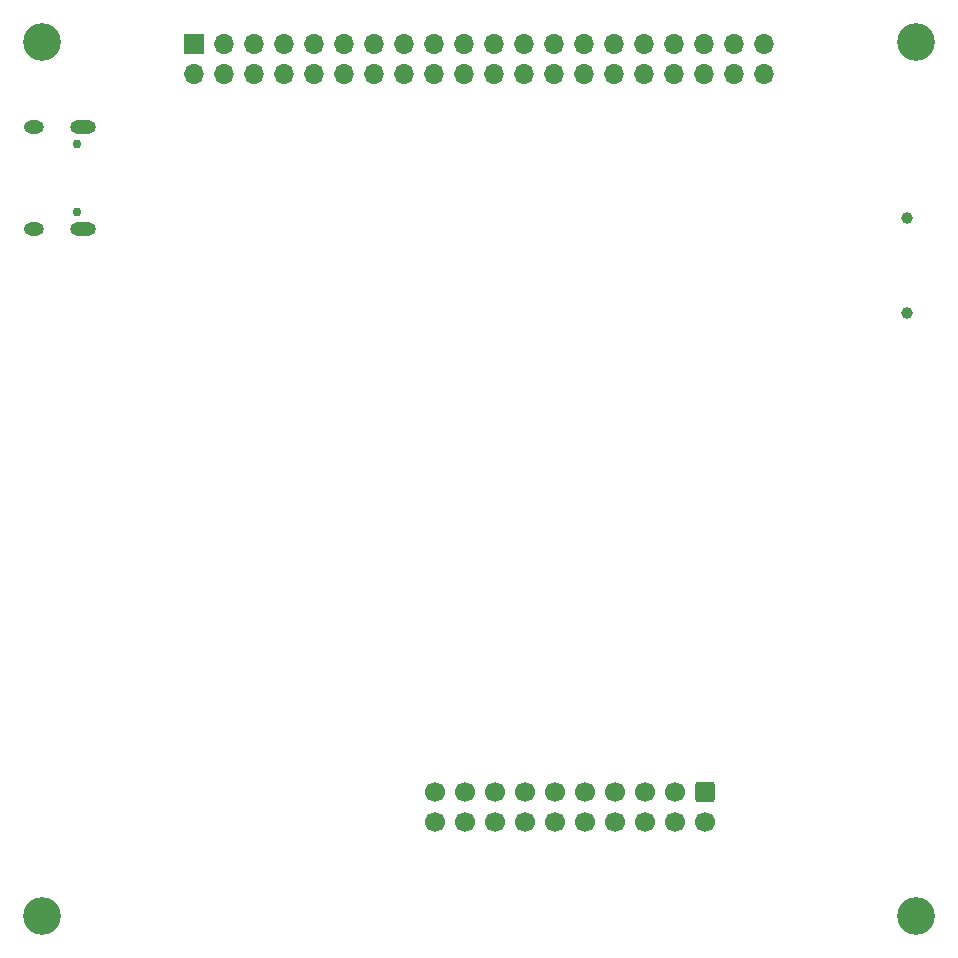
<source format=gbs>
%TF.GenerationSoftware,KiCad,Pcbnew,8.0.6*%
%TF.CreationDate,2024-11-27T19:30:55+03:00*%
%TF.ProjectId,OBCv1,4f424376-312e-46b6-9963-61645f706362,rev?*%
%TF.SameCoordinates,Original*%
%TF.FileFunction,Soldermask,Bot*%
%TF.FilePolarity,Negative*%
%FSLAX46Y46*%
G04 Gerber Fmt 4.6, Leading zero omitted, Abs format (unit mm)*
G04 Created by KiCad (PCBNEW 8.0.6) date 2024-11-27 19:30:55*
%MOMM*%
%LPD*%
G01*
G04 APERTURE LIST*
G04 Aperture macros list*
%AMRoundRect*
0 Rectangle with rounded corners*
0 $1 Rounding radius*
0 $2 $3 $4 $5 $6 $7 $8 $9 X,Y pos of 4 corners*
0 Add a 4 corners polygon primitive as box body*
4,1,4,$2,$3,$4,$5,$6,$7,$8,$9,$2,$3,0*
0 Add four circle primitives for the rounded corners*
1,1,$1+$1,$2,$3*
1,1,$1+$1,$4,$5*
1,1,$1+$1,$6,$7*
1,1,$1+$1,$8,$9*
0 Add four rect primitives between the rounded corners*
20,1,$1+$1,$2,$3,$4,$5,0*
20,1,$1+$1,$4,$5,$6,$7,0*
20,1,$1+$1,$6,$7,$8,$9,0*
20,1,$1+$1,$8,$9,$2,$3,0*%
G04 Aperture macros list end*
%ADD10C,0.752000*%
%ADD11O,2.202000X1.102000*%
%ADD12O,1.702000X1.102000*%
%ADD13R,1.700000X1.700000*%
%ADD14O,1.700000X1.700000*%
%ADD15C,3.200000*%
%ADD16C,0.999997*%
%ADD17RoundRect,0.250000X-0.600000X0.600000X-0.600000X-0.600000X0.600000X-0.600000X0.600000X0.600000X0*%
%ADD18C,1.700000*%
G04 APERTURE END LIST*
D10*
%TO.C,J2*%
X57070259Y-58355491D03*
X57070259Y-64135491D03*
D11*
X57570259Y-56925491D03*
D12*
X53390259Y-56925491D03*
D11*
X57570259Y-65565491D03*
D12*
X53390259Y-65565491D03*
%TD*%
D13*
%TO.C,J1*%
X66970259Y-49885491D03*
D14*
X66970259Y-52425491D03*
X69510259Y-49885491D03*
X69510259Y-52425491D03*
X72050259Y-49885491D03*
X72050259Y-52425491D03*
X74590259Y-49885491D03*
X74590259Y-52425491D03*
X77130259Y-49885491D03*
X77130259Y-52425491D03*
X79670259Y-49885491D03*
X79670259Y-52425491D03*
X82210259Y-49885491D03*
X82210259Y-52425491D03*
X84750259Y-49885491D03*
X84750259Y-52425491D03*
X87290259Y-49885491D03*
X87290259Y-52425491D03*
X89830259Y-49885491D03*
X89830259Y-52425491D03*
X92370259Y-49885491D03*
X92370259Y-52425491D03*
X94910259Y-49885491D03*
X94910259Y-52425491D03*
X97450259Y-49885491D03*
X97450259Y-52425491D03*
X99990259Y-49885491D03*
X99990259Y-52425491D03*
X102530259Y-49885491D03*
X102530259Y-52425491D03*
X105070259Y-49885491D03*
X105070259Y-52425491D03*
X107610259Y-49885491D03*
X107610259Y-52425491D03*
X110150259Y-49885491D03*
X110150259Y-52425491D03*
X112690259Y-49885491D03*
X112690259Y-52425491D03*
X115230259Y-49885491D03*
X115230259Y-52425491D03*
%TD*%
D15*
%TO.C,H4*%
X128089824Y-49732000D03*
%TD*%
D16*
%TO.C,MICRO_SD1*%
X127325859Y-72639291D03*
X127325859Y-64663691D03*
%TD*%
D17*
%TO.C,J3*%
X110190259Y-113195491D03*
D18*
X110190259Y-115735491D03*
X107650259Y-113195491D03*
X107650259Y-115735491D03*
X105110259Y-113195491D03*
X105110259Y-115735491D03*
X102570259Y-113195491D03*
X102570259Y-115735491D03*
X100030259Y-113195491D03*
X100030259Y-115735491D03*
X97490259Y-113195491D03*
X97490259Y-115735491D03*
X94950259Y-113195491D03*
X94950259Y-115735491D03*
X92410259Y-113195491D03*
X92410259Y-115735491D03*
X89870259Y-113195491D03*
X89870259Y-115735491D03*
X87330259Y-113195491D03*
X87330259Y-115735491D03*
%TD*%
D15*
%TO.C,H1*%
X54050000Y-123750000D03*
%TD*%
%TO.C,H2*%
X128089824Y-123749705D03*
%TD*%
%TO.C,H3*%
X54051388Y-49710258D03*
%TD*%
M02*

</source>
